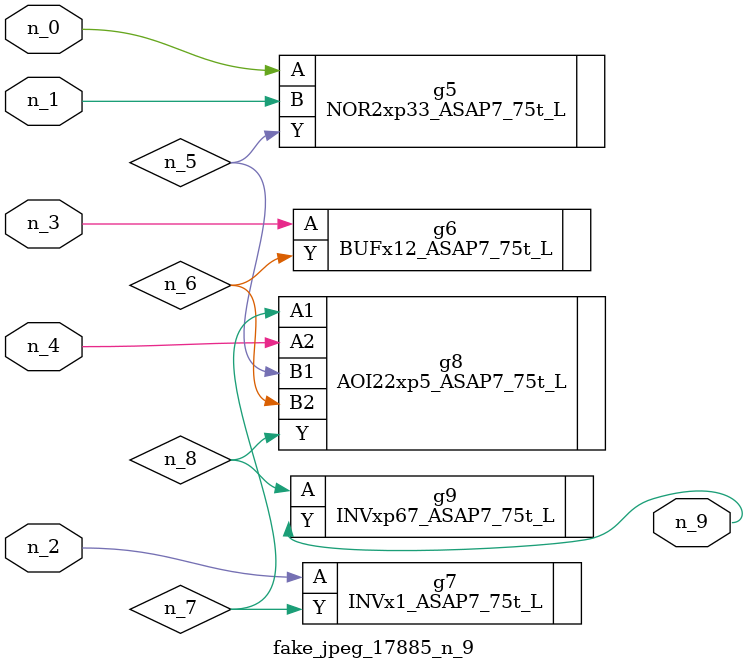
<source format=v>
module fake_jpeg_17885_n_9 (n_3, n_2, n_1, n_0, n_4, n_9);

input n_3;
input n_2;
input n_1;
input n_0;
input n_4;

output n_9;

wire n_8;
wire n_6;
wire n_5;
wire n_7;

NOR2xp33_ASAP7_75t_L g5 ( 
.A(n_0),
.B(n_1),
.Y(n_5)
);

BUFx12_ASAP7_75t_L g6 ( 
.A(n_3),
.Y(n_6)
);

INVx1_ASAP7_75t_L g7 ( 
.A(n_2),
.Y(n_7)
);

AOI22xp5_ASAP7_75t_L g8 ( 
.A1(n_7),
.A2(n_4),
.B1(n_5),
.B2(n_6),
.Y(n_8)
);

INVxp67_ASAP7_75t_L g9 ( 
.A(n_8),
.Y(n_9)
);


endmodule
</source>
